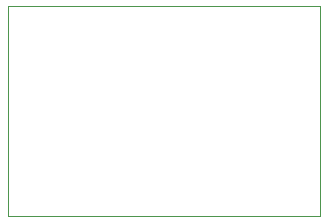
<source format=gbr>
G04 #@! TF.GenerationSoftware,KiCad,Pcbnew,7.0.6*
G04 #@! TF.CreationDate,2023-10-18T11:42:07+02:00*
G04 #@! TF.ProjectId,SMD-NE555,534d442d-4e45-4353-9535-2e6b69636164,rev?*
G04 #@! TF.SameCoordinates,Original*
G04 #@! TF.FileFunction,Profile,NP*
%FSLAX46Y46*%
G04 Gerber Fmt 4.6, Leading zero omitted, Abs format (unit mm)*
G04 Created by KiCad (PCBNEW 7.0.6) date 2023-10-18 11:42:07*
%MOMM*%
%LPD*%
G01*
G04 APERTURE LIST*
G04 #@! TA.AperFunction,Profile*
%ADD10C,0.100000*%
G04 #@! TD*
G04 APERTURE END LIST*
D10*
X92202000Y-94488000D02*
X92202000Y-76708000D01*
X118618000Y-94488000D02*
X92202000Y-94488000D01*
X118618000Y-76708000D02*
X118618000Y-94488000D01*
X92202000Y-76708000D02*
X118618000Y-76708000D01*
M02*

</source>
